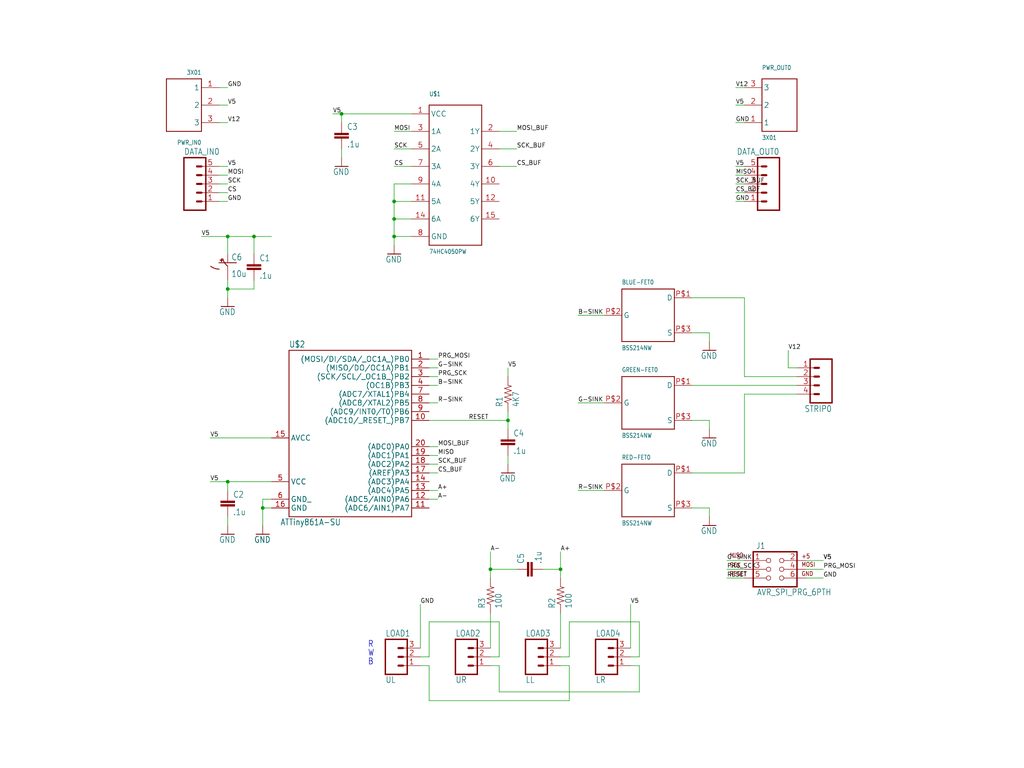
<source format=kicad_sch>
(kicad_sch (version 20250114) (generator "eeschema") (generator_version "9.0")
  (paper "User" 297.002 222.733)
  (lib_symbols
    (symbol "tile-controller-eagle-import:3X01"
      (symbol "3X01_1_0"
        (polyline (pts (xy 0 7.62) (xy 0 -7.62)) (stroke (width 0.254)))
        (polyline (pts (xy 0 -7.62) (xy 10.16 -7.62)) (stroke (width 0.254)))
        (polyline (pts (xy 10.16 7.62) (xy 0 7.62)) (stroke (width 0.254)))
        (polyline (pts (xy 10.16 -7.62) (xy 10.16 7.62)) (stroke (width 0.254)))
        (pin bidirectional line (at -5.08 5.08 0) (length 5.08) (name "3") (number "3"))
        (pin bidirectional line (at -5.08 0 0) (length 5.08) (name "2") (number "2"))
        (pin bidirectional line (at -5.08 -5.08 0) (length 5.08) (name "1") (number "1"))
      )
    )
    (symbol "tile-controller-eagle-import:74HC4050PW"
      (symbol "74HC4050PW_1_0"
        (polyline (pts (xy -7.62 20.32) (xy -7.62 -20.32)) (stroke (width 0.254)))
        (polyline (pts (xy -7.62 -20.32) (xy 7.62 -20.32)) (stroke (width 0.254)))
        (polyline (pts (xy 7.62 20.32) (xy -7.62 20.32)) (stroke (width 0.254)))
        (polyline (pts (xy 7.62 -20.32) (xy 7.62 20.32)) (stroke (width 0.254)))
        (pin power_in line (at -12.7 17.78 0) (length 5.08) (name "VCC") (number "1"))
        (pin input line (at -12.7 12.7 0) (length 5.08) (name "1A") (number "3"))
        (pin input line (at -12.7 7.62 0) (length 5.08) (name "2A") (number "5"))
        (pin input line (at -12.7 2.54 0) (length 5.08) (name "3A") (number "7"))
        (pin input line (at -12.7 -2.54 0) (length 5.08) (name "4A") (number "9"))
        (pin input line (at -12.7 -7.62 0) (length 5.08) (name "5A") (number "11"))
        (pin input line (at -12.7 -12.7 0) (length 5.08) (name "6A") (number "14"))
        (pin power_in line (at -12.7 -17.78 0) (length 5.08) (name "GND") (number "8"))
        (pin output line (at 12.7 12.7 180) (length 5.08) (name "1Y") (number "2"))
        (pin output line (at 12.7 7.62 180) (length 5.08) (name "2Y") (number "4"))
        (pin output line (at 12.7 2.54 180) (length 5.08) (name "3Y") (number "6"))
        (pin output line (at 12.7 -2.54 180) (length 5.08) (name "4Y") (number "10"))
        (pin output line (at 12.7 -7.62 180) (length 5.08) (name "5Y") (number "12"))
        (pin output line (at 12.7 -12.7 180) (length 5.08) (name "6Y") (number "15"))
      )
    )
    (symbol "tile-controller-eagle-import:AVR_SPI_PRG_6PTH"
      (property "Reference" "J" (at -4.318 5.842 0))
      (symbol "AVR_SPI_PRG_6PTH_1_0"
        (polyline (pts (xy -5.08 5.08) (xy -5.08 -5.08)) (stroke (width 0.4064)))
        (polyline (pts (xy -5.08 -5.08) (xy 7.62 -5.08)) (stroke (width 0.4064)))
        (polyline (pts (xy 7.62 5.08) (xy -5.08 5.08)) (stroke (width 0.4064)))
        (polyline (pts (xy 7.62 -5.08) (xy 7.62 5.08)) (stroke (width 0.4064)))
        (text "MISO" (at -11.938 3.302 0) (effects (font (size 1.27 1.0795)) (justify left bottom)))
        (text "SCK" (at -11.938 0.508 0) (effects (font (size 1.27 1.0795)) (justify left bottom)))
        (text "RESET" (at -11.938 -2.032 0) (effects (font (size 1.27 1.0795)) (justify left bottom)))
        (text "+5" (at 8.89 3.048 0) (effects (font (size 1.27 1.0795)) (justify left bottom)))
        (text "MOSI" (at 8.89 0.635 0) (effects (font (size 1.27 1.0795)) (justify left bottom)))
        (text "GND" (at 8.89 -2.032 0) (effects (font (size 1.27 1.0795)) (justify left bottom)))
        (pin passive inverted (at -7.62 2.54 0) (length 7.62) (name "1") (number "1"))
        (pin passive inverted (at -7.62 0 0) (length 7.62) (name "3") (number "3"))
        (pin passive inverted (at -7.62 -2.54 0) (length 7.62) (name "5") (number "5"))
        (pin passive inverted (at 10.16 2.54 180) (length 7.62) (name "2") (number "2"))
        (pin passive inverted (at 10.16 0 180) (length 7.62) (name "4") (number "4"))
        (pin passive inverted (at 10.16 -2.54 180) (length 7.62) (name "6") (number "6"))
      )
    )
    (symbol "tile-controller-eagle-import:CAP0805"
      (property "Reference" "C" (at 1.524 2.921 0))
      (symbol "CAP0805_1_0"
        (rectangle (start -2.032 1.524) (end 2.032 2.032) (fill (type outline)))
        (rectangle (start -2.032 0.508) (end 2.032 1.016) (fill (type outline)))
        (polyline (pts (xy 0 2.54) (xy 0 2.032)) (stroke (width 0.1524)))
        (polyline (pts (xy 0 0) (xy 0 0.508)) (stroke (width 0.1524)))
        (pin passive line (at 0 5.08 270) (length 2.54) (name "1") (number "1"))
        (pin passive line (at 0 -2.54 90) (length 2.54) (name "2") (number "2"))
      )
    )
    (symbol "tile-controller-eagle-import:CAP_POL1206"
      (property "Reference" "C" (at 1.016 0.635 0))
      (symbol "CAP_POL1206_1_0"
        (polyline (pts (xy -2.54 0) (xy 2.54 0)) (stroke (width 0.254)))
        (arc (start -2.4669 -1.8504) (mid -3.7689 -1.6361) (end -4.9337 -1.0159) (stroke (width 0.254)))
        (rectangle (start -2.253 0.668) (end -1.364 0.795) (fill (type outline)))
        (rectangle (start -1.872 0.287) (end -1.745 1.176) (fill (type outline)))
        (polyline (pts (xy 0 -1.016) (xy 0 -2.54)) (stroke (width 0.1524)))
        (arc (start 0 -1) (mid -0.9038 -0.0189) (end -1.4403 1.2025) (stroke (width 0.254)))
        (pin passive line (at 0 2.54 270) (length 2.54) (name "+") (number "A"))
        (pin passive line (at 0 -5.08 90) (length 2.54) (name "-") (number "C"))
      )
    )
    (symbol "tile-controller-eagle-import:DMG1012UW"
      (symbol "DMG1012UW_1_0"
        (polyline (pts (xy -7.62 7.62) (xy -7.62 -7.62)) (stroke (width 0.254)))
        (polyline (pts (xy -7.62 -7.62) (xy 7.62 -7.62)) (stroke (width 0.254)))
        (polyline (pts (xy 7.62 7.62) (xy -7.62 7.62)) (stroke (width 0.254)))
        (polyline (pts (xy 7.62 -7.62) (xy 7.62 7.62)) (stroke (width 0.254)))
        (pin bidirectional line (at -12.7 0 0) (length 5.08) (name "G") (number "P$2"))
        (pin bidirectional line (at 12.7 5.08 180) (length 5.08) (name "D") (number "P$1"))
        (pin bidirectional line (at 12.7 -5.08 180) (length 5.08) (name "S") (number "P$3"))
      )
    )
    (symbol "tile-controller-eagle-import:GND" (power)
      (symbol "GND_1_0"
        (polyline (pts (xy -1.905 0) (xy 1.905 0)) (stroke (width 0.254)))
        (pin power_in line (at 0 2.54 270) (length 2.54) (name "GND") (number "1"))
      )
    )
    (symbol "tile-controller-eagle-import:M03PTH"
      (property "Reference" "JP" (at -2.54 5.842 0))
      (symbol "M03PTH_1_0"
        (polyline (pts (xy -2.54 5.08) (xy -2.54 -5.08)) (stroke (width 0.4064)))
        (polyline (pts (xy -2.54 5.08) (xy 3.81 5.08)) (stroke (width 0.4064)))
        (polyline (pts (xy 1.27 2.54) (xy 2.54 2.54)) (stroke (width 0.6096)))
        (polyline (pts (xy 1.27 0) (xy 2.54 0)) (stroke (width 0.6096)))
        (polyline (pts (xy 1.27 -2.54) (xy 2.54 -2.54)) (stroke (width 0.6096)))
        (polyline (pts (xy 3.81 -5.08) (xy -2.54 -5.08)) (stroke (width 0.4064)))
        (polyline (pts (xy 3.81 -5.08) (xy 3.81 5.08)) (stroke (width 0.4064)))
        (pin passive line (at 7.62 2.54 180) (length 5.08) (name "3") (number "3"))
        (pin passive line (at 7.62 0 180) (length 5.08) (name "2") (number "2"))
        (pin passive line (at 7.62 -2.54 180) (length 5.08) (name "1") (number "1"))
      )
    )
    (symbol "tile-controller-eagle-import:M04PTH"
      (property "Reference" "JP" (at -5.08 8.382 0))
      (symbol "M04PTH_1_0"
        (polyline (pts (xy -5.08 7.62) (xy -5.08 -5.08)) (stroke (width 0.4064)))
        (polyline (pts (xy -5.08 7.62) (xy 1.27 7.62)) (stroke (width 0.4064)))
        (polyline (pts (xy -1.27 5.08) (xy 0 5.08)) (stroke (width 0.6096)))
        (polyline (pts (xy -1.27 2.54) (xy 0 2.54)) (stroke (width 0.6096)))
        (polyline (pts (xy -1.27 0) (xy 0 0)) (stroke (width 0.6096)))
        (polyline (pts (xy -1.27 -2.54) (xy 0 -2.54)) (stroke (width 0.6096)))
        (polyline (pts (xy 1.27 -5.08) (xy -5.08 -5.08)) (stroke (width 0.4064)))
        (polyline (pts (xy 1.27 -5.08) (xy 1.27 7.62)) (stroke (width 0.4064)))
        (pin passive line (at 5.08 5.08 180) (length 5.08) (name "4") (number "4"))
        (pin passive line (at 5.08 2.54 180) (length 5.08) (name "3") (number "3"))
        (pin passive line (at 5.08 0 180) (length 5.08) (name "2") (number "2"))
        (pin passive line (at 5.08 -2.54 180) (length 5.08) (name "1") (number "1"))
      )
    )
    (symbol "tile-controller-eagle-import:M05PTH"
      (property "Reference" "JP" (at -2.54 8.382 0))
      (symbol "M05PTH_1_0"
        (polyline (pts (xy -2.54 7.62) (xy -2.54 -7.62)) (stroke (width 0.4064)))
        (polyline (pts (xy -2.54 7.62) (xy 3.81 7.62)) (stroke (width 0.4064)))
        (polyline (pts (xy 1.27 5.08) (xy 2.54 5.08)) (stroke (width 0.6096)))
        (polyline (pts (xy 1.27 2.54) (xy 2.54 2.54)) (stroke (width 0.6096)))
        (polyline (pts (xy 1.27 0) (xy 2.54 0)) (stroke (width 0.6096)))
        (polyline (pts (xy 1.27 -2.54) (xy 2.54 -2.54)) (stroke (width 0.6096)))
        (polyline (pts (xy 1.27 -5.08) (xy 2.54 -5.08)) (stroke (width 0.6096)))
        (polyline (pts (xy 3.81 -7.62) (xy -2.54 -7.62)) (stroke (width 0.4064)))
        (polyline (pts (xy 3.81 -7.62) (xy 3.81 7.62)) (stroke (width 0.4064)))
        (pin passive line (at 7.62 5.08 180) (length 5.08) (name "5") (number "5"))
        (pin passive line (at 7.62 2.54 180) (length 5.08) (name "4") (number "4"))
        (pin passive line (at 7.62 0 180) (length 5.08) (name "3") (number "3"))
        (pin passive line (at 7.62 -2.54 180) (length 5.08) (name "2") (number "2"))
        (pin passive line (at 7.62 -5.08 180) (length 5.08) (name "1") (number "1"))
      )
    )
    (symbol "tile-controller-eagle-import:RESISTOR"
      (property "Reference" "R" (at -3.81 1.4986 0))
      (symbol "RESISTOR_1_0"
        (polyline (pts (xy -2.54 0) (xy -2.159 1.016)) (stroke (width 0.1524)))
        (polyline (pts (xy -2.159 1.016) (xy -1.524 -1.016)) (stroke (width 0.1524)))
        (polyline (pts (xy -1.524 -1.016) (xy -0.889 1.016)) (stroke (width 0.1524)))
        (polyline (pts (xy -0.889 1.016) (xy -0.254 -1.016)) (stroke (width 0.1524)))
        (polyline (pts (xy -0.254 -1.016) (xy 0.381 1.016)) (stroke (width 0.1524)))
        (polyline (pts (xy 0.381 1.016) (xy 1.016 -1.016)) (stroke (width 0.1524)))
        (polyline (pts (xy 1.016 -1.016) (xy 1.651 1.016)) (stroke (width 0.1524)))
        (polyline (pts (xy 1.651 1.016) (xy 2.286 -1.016)) (stroke (width 0.1524)))
        (polyline (pts (xy 2.286 -1.016) (xy 2.54 0)) (stroke (width 0.1524)))
        (pin passive line (at -5.08 0 0) (length 2.54) (name "1") (number "1"))
        (pin passive line (at 5.08 0 180) (length 2.54) (name "2") (number "2"))
      )
    )
    (symbol "tile-controller-eagle-import:TINY26S"
      (symbol "TINY26S_1_0"
        (polyline (pts (xy -17.78 22.86) (xy 17.78 22.86)) (stroke (width 0.254)))
        (polyline (pts (xy -17.78 -25.4) (xy -17.78 22.86)) (stroke (width 0.254)))
        (polyline (pts (xy 17.78 22.86) (xy 17.78 -25.4)) (stroke (width 0.254)))
        (polyline (pts (xy 17.78 -25.4) (xy -17.78 -25.4)) (stroke (width 0.254)))
        (pin power_in line (at -22.86 -2.54 0) (length 5.08) (name "AVCC") (number "15"))
        (pin power_in line (at -22.86 -15.24 0) (length 5.08) (name "VCC") (number "5"))
        (pin power_in line (at -22.86 -20.32 0) (length 5.08) (name "GND_") (number "6"))
        (pin power_in line (at -22.86 -22.86 0) (length 5.08) (name "GND") (number "16"))
        (pin bidirectional line (at 22.86 20.32 180) (length 5.08) (name "(MOSI/DI/SDA/_OC1A_)PB0") (number "1"))
        (pin bidirectional line (at 22.86 17.78 180) (length 5.08) (name "(MISO/DO/OC1A)PB1") (number "2"))
        (pin bidirectional line (at 22.86 15.24 180) (length 5.08) (name "(SCK/SCL/_OC1B_)PB2") (number "3"))
        (pin bidirectional line (at 22.86 12.7 180) (length 5.08) (name "(OC1B)PB3") (number "4"))
        (pin bidirectional line (at 22.86 10.16 180) (length 5.08) (name "(ADC7/XTAL1)PB4") (number "7"))
        (pin bidirectional line (at 22.86 7.62 180) (length 5.08) (name "(ADC8/XTAL2)PB5") (number "8"))
        (pin bidirectional line (at 22.86 5.08 180) (length 5.08) (name "(ADC9/INT0/T0)PB6") (number "9"))
        (pin bidirectional line (at 22.86 2.54 180) (length 5.08) (name "(ADC10/_RESET_)PB7") (number "10"))
        (pin bidirectional line (at 22.86 -5.08 180) (length 5.08) (name "(ADC0)PA0") (number "20"))
        (pin bidirectional line (at 22.86 -7.62 180) (length 5.08) (name "(ADC1)PA1") (number "19"))
        (pin bidirectional line (at 22.86 -10.16 180) (length 5.08) (name "(ADC2)PA2") (number "18"))
        (pin bidirectional line (at 22.86 -12.7 180) (length 5.08) (name "(AREF)PA3") (number "17"))
        (pin bidirectional line (at 22.86 -15.24 180) (length 5.08) (name "(ADC3)PA4") (number "14"))
        (pin bidirectional line (at 22.86 -17.78 180) (length 5.08) (name "(ADC4)PA5") (number "13"))
        (pin bidirectional line (at 22.86 -20.32 180) (length 5.08) (name "(ADC5/AIN0)PA6") (number "12"))
        (pin bidirectional line (at 22.86 -22.86 180) (length 5.08) (name "(ADC6/AIN1)PA7") (number "11"))
      )
    )
  )
  (text "W" (at 106.68 190.5 0) (effects (font (size 1.778 1.5113)) (justify left bottom)))
  (text "B" (at 106.68 193.04 0) (effects (font (size 1.778 1.5113)) (justify left bottom)))
  (text "R" (at 106.68 187.96 0) (effects (font (size 1.778 1.5113)) (justify left bottom)))
  (junction (at 66.04 68.58))
  (junction (at 142.24 165.1))
  (junction (at 147.32 121.92))
  (junction (at 66.04 83.82))
  (junction (at 99.06 33.02))
  (junction (at 162.56 165.1))
  (junction (at 114.3 68.58))
  (junction (at 66.04 139.7))
  (junction (at 73.66 68.58))
  (junction (at 114.3 58.42))
  (junction (at 76.2 147.32))
  (junction (at 114.3 63.5))
  (wire (pts (xy 228.6 106.68) (xy 228.6 101.6)) (stroke (width 0.1524)))
  (wire (pts (xy 162.56 165.1) (xy 162.56 160.02)) (stroke (width 0.1524)))
  (wire (pts (xy 99.06 33.02) (xy 96.52 33.02)) (stroke (width 0.1524)))
  (wire (pts (xy 124.46 132.08) (xy 127 132.08)) (stroke (width 0.1524)))
  (wire (pts (xy 144.78 48.26) (xy 149.86 48.26)) (stroke (width 0.1524)))
  (wire (pts (xy 66.04 81.28) (xy 66.04 83.82)) (stroke (width 0.1524)))
  (wire (pts (xy 73.66 68.58) (xy 66.04 68.58)) (stroke (width 0.1524)))
  (wire (pts (xy 215.9 55.88) (xy 213.36 55.88)) (stroke (width 0.1524)))
  (wire (pts (xy 124.46 111.76) (xy 127 111.76)) (stroke (width 0.1524)))
  (wire (pts (xy 76.2 147.32) (xy 76.2 152.4)) (stroke (width 0.1524)))
  (wire (pts (xy 142.24 167.64) (xy 142.24 165.1)) (stroke (width 0.1524)))
  (wire (pts (xy 63.5 30.48) (xy 66.04 30.48)) (stroke (width 0.1524)))
  (wire (pts (xy 119.38 33.02) (xy 99.06 33.02)) (stroke (width 0.1524)))
  (wire (pts (xy 124.46 190.5) (xy 124.46 180.34)) (stroke (width 0.1524)))
  (wire (pts (xy 200.66 137.16) (xy 215.9 137.16)) (stroke (width 0.1524)))
  (wire (pts (xy 215.9 50.8) (xy 213.36 50.8)) (stroke (width 0.1524)))
  (wire (pts (xy 185.42 193.04) (xy 182.88 193.04)) (stroke (width 0.1524)))
  (wire (pts (xy 78.74 144.78) (xy 76.2 144.78)) (stroke (width 0.1524)))
  (wire (pts (xy 76.2 144.78) (xy 76.2 147.32)) (stroke (width 0.1524)))
  (wire (pts (xy 215.9 35.56) (xy 213.36 35.56)) (stroke (width 0.1524)))
  (wire (pts (xy 162.56 190.5) (xy 165.1 190.5)) (stroke (width 0.1524)))
  (wire (pts (xy 63.5 35.56) (xy 66.04 35.56)) (stroke (width 0.1524)))
  (wire (pts (xy 157.48 165.1) (xy 162.56 165.1)) (stroke (width 0.1524)))
  (wire (pts (xy 185.42 180.34) (xy 185.42 190.5)) (stroke (width 0.1524)))
  (wire (pts (xy 119.38 38.1) (xy 114.3 38.1)) (stroke (width 0.1524)))
  (wire (pts (xy 215.9 109.22) (xy 231.14 109.22)) (stroke (width 0.1524)))
  (wire (pts (xy 233.68 167.64) (xy 238.76 167.64)) (stroke (width 0.1524)))
  (wire (pts (xy 200.66 111.76) (xy 231.14 111.76)) (stroke (width 0.1524)))
  (wire (pts (xy 167.64 142.24) (xy 175.26 142.24)) (stroke (width 0.1524)))
  (wire (pts (xy 73.66 73.66) (xy 73.66 68.58)) (stroke (width 0.1524)))
  (wire (pts (xy 66.04 149.86) (xy 66.04 152.4)) (stroke (width 0.1524)))
  (wire (pts (xy 200.66 96.52) (xy 205.74 96.52)) (stroke (width 0.1524)))
  (wire (pts (xy 121.92 187.96) (xy 121.92 175.26)) (stroke (width 0.1524)))
  (wire (pts (xy 124.46 121.92) (xy 147.32 121.92)) (stroke (width 0.1524)))
  (wire (pts (xy 124.46 180.34) (xy 144.78 180.34)) (stroke (width 0.1524)))
  (wire (pts (xy 99.06 35.56) (xy 99.06 33.02)) (stroke (width 0.1524)))
  (wire (pts (xy 78.74 127) (xy 60.96 127)) (stroke (width 0.1524)))
  (wire (pts (xy 185.42 190.5) (xy 182.88 190.5)) (stroke (width 0.1524)))
  (wire (pts (xy 144.78 43.18) (xy 149.86 43.18)) (stroke (width 0.1524)))
  (wire (pts (xy 119.38 58.42) (xy 114.3 58.42)) (stroke (width 0.1524)))
  (wire (pts (xy 147.32 121.92) (xy 147.32 124.46)) (stroke (width 0.1524)))
  (wire (pts (xy 215.9 162.56) (xy 210.82 162.56)) (stroke (width 0.1524)))
  (wire (pts (xy 231.14 106.68) (xy 228.6 106.68)) (stroke (width 0.1524)))
  (wire (pts (xy 165.1 203.2) (xy 165.1 193.04)) (stroke (width 0.1524)))
  (wire (pts (xy 119.38 68.58) (xy 114.3 68.58)) (stroke (width 0.1524)))
  (wire (pts (xy 147.32 109.22) (xy 147.32 106.68)) (stroke (width 0.1524)))
  (wire (pts (xy 121.92 190.5) (xy 124.46 190.5)) (stroke (width 0.1524)))
  (wire (pts (xy 124.46 106.68) (xy 127 106.68)) (stroke (width 0.1524)))
  (wire (pts (xy 185.42 200.66) (xy 185.42 193.04)) (stroke (width 0.1524)))
  (wire (pts (xy 63.5 55.88) (xy 66.04 55.88)) (stroke (width 0.1524)))
  (wire (pts (xy 142.24 165.1) (xy 142.24 160.02)) (stroke (width 0.1524)))
  (wire (pts (xy 147.32 121.92) (xy 147.32 119.38)) (stroke (width 0.1524)))
  (wire (pts (xy 78.74 147.32) (xy 76.2 147.32)) (stroke (width 0.1524)))
  (wire (pts (xy 124.46 109.22) (xy 127 109.22)) (stroke (width 0.1524)))
  (wire (pts (xy 114.3 58.42) (xy 114.3 63.5)) (stroke (width 0.1524)))
  (wire (pts (xy 165.1 193.04) (xy 162.56 193.04)) (stroke (width 0.1524)))
  (wire (pts (xy 124.46 203.2) (xy 165.1 203.2)) (stroke (width 0.1524)))
  (wire (pts (xy 124.46 134.62) (xy 127 134.62)) (stroke (width 0.1524)))
  (wire (pts (xy 165.1 180.34) (xy 185.42 180.34)) (stroke (width 0.1524)))
  (wire (pts (xy 66.04 139.7) (xy 66.04 142.24)) (stroke (width 0.1524)))
  (wire (pts (xy 215.9 58.42) (xy 213.36 58.42)) (stroke (width 0.1524)))
  (wire (pts (xy 162.56 187.96) (xy 162.56 177.8)) (stroke (width 0.1524)))
  (wire (pts (xy 200.66 121.92) (xy 205.74 121.92)) (stroke (width 0.1524)))
  (wire (pts (xy 124.46 129.54) (xy 127 129.54)) (stroke (width 0.1524)))
  (wire (pts (xy 162.56 167.64) (xy 162.56 165.1)) (stroke (width 0.1524)))
  (wire (pts (xy 66.04 83.82) (xy 66.04 86.36)) (stroke (width 0.1524)))
  (wire (pts (xy 114.3 68.58) (xy 114.3 71.12)) (stroke (width 0.1524)))
  (wire (pts (xy 124.46 137.16) (xy 127 137.16)) (stroke (width 0.1524)))
  (wire (pts (xy 78.74 68.58) (xy 73.66 68.58)) (stroke (width 0.1524)))
  (wire (pts (xy 119.38 48.26) (xy 114.3 48.26)) (stroke (width 0.1524)))
  (wire (pts (xy 142.24 193.04) (xy 144.78 193.04)) (stroke (width 0.1524)))
  (wire (pts (xy 147.32 132.08) (xy 147.32 134.62)) (stroke (width 0.1524)))
  (wire (pts (xy 144.78 180.34) (xy 144.78 190.5)) (stroke (width 0.1524)))
  (wire (pts (xy 119.38 43.18) (xy 114.3 43.18)) (stroke (width 0.1524)))
  (wire (pts (xy 63.5 50.8) (xy 66.04 50.8)) (stroke (width 0.1524)))
  (wire (pts (xy 215.9 114.3) (xy 231.14 114.3)) (stroke (width 0.1524)))
  (wire (pts (xy 215.9 48.26) (xy 213.36 48.26)) (stroke (width 0.1524)))
  (wire (pts (xy 124.46 104.14) (xy 127 104.14)) (stroke (width 0.1524)))
  (wire (pts (xy 165.1 190.5) (xy 165.1 180.34)) (stroke (width 0.1524)))
  (wire (pts (xy 200.66 86.36) (xy 215.9 86.36)) (stroke (width 0.1524)))
  (wire (pts (xy 144.78 38.1) (xy 149.86 38.1)) (stroke (width 0.1524)))
  (wire (pts (xy 66.04 73.66) (xy 66.04 68.58)) (stroke (width 0.1524)))
  (wire (pts (xy 119.38 53.34) (xy 114.3 53.34)) (stroke (width 0.1524)))
  (wire (pts (xy 60.96 139.7) (xy 66.04 139.7)) (stroke (width 0.1524)))
  (wire (pts (xy 215.9 167.64) (xy 210.82 167.64)) (stroke (width 0.1524)))
  (wire (pts (xy 215.9 86.36) (xy 215.9 109.22)) (stroke (width 0.1524)))
  (wire (pts (xy 215.9 30.48) (xy 213.36 30.48)) (stroke (width 0.1524)))
  (wire (pts (xy 124.46 144.78) (xy 127 144.78)) (stroke (width 0.1524)))
  (wire (pts (xy 233.68 162.56) (xy 238.76 162.56)) (stroke (width 0.1524)))
  (wire (pts (xy 73.66 83.82) (xy 66.04 83.82)) (stroke (width 0.1524)))
  (wire (pts (xy 124.46 142.24) (xy 127 142.24)) (stroke (width 0.1524)))
  (wire (pts (xy 142.24 187.96) (xy 142.24 177.8)) (stroke (width 0.1524)))
  (wire (pts (xy 78.74 139.7) (xy 66.04 139.7)) (stroke (width 0.1524)))
  (wire (pts (xy 73.66 81.28) (xy 73.66 83.82)) (stroke (width 0.1524)))
  (wire (pts (xy 124.46 193.04) (xy 124.46 203.2)) (stroke (width 0.1524)))
  (wire (pts (xy 124.46 116.84) (xy 127 116.84)) (stroke (width 0.1524)))
  (wire (pts (xy 114.3 63.5) (xy 114.3 68.58)) (stroke (width 0.1524)))
  (wire (pts (xy 215.9 137.16) (xy 215.9 114.3)) (stroke (width 0.1524)))
  (wire (pts (xy 66.04 68.58) (xy 58.42 68.58)) (stroke (width 0.1524)))
  (wire (pts (xy 63.5 53.34) (xy 66.04 53.34)) (stroke (width 0.1524)))
  (wire (pts (xy 215.9 25.4) (xy 213.36 25.4)) (stroke (width 0.1524)))
  (wire (pts (xy 200.66 147.32) (xy 205.74 147.32)) (stroke (width 0.1524)))
  (wire (pts (xy 205.74 121.92) (xy 205.74 124.46)) (stroke (width 0.1524)))
  (wire (pts (xy 63.5 58.42) (xy 66.04 58.42)) (stroke (width 0.1524)))
  (wire (pts (xy 215.9 53.34) (xy 213.36 53.34)) (stroke (width 0.1524)))
  (wire (pts (xy 144.78 190.5) (xy 142.24 190.5)) (stroke (width 0.1524)))
  (wire (pts (xy 63.5 25.4) (xy 66.04 25.4)) (stroke (width 0.1524)))
  (wire (pts (xy 63.5 48.26) (xy 66.04 48.26)) (stroke (width 0.1524)))
  (wire (pts (xy 144.78 200.66) (xy 185.42 200.66)) (stroke (width 0.1524)))
  (wire (pts (xy 99.06 43.18) (xy 99.06 45.72)) (stroke (width 0.1524)))
  (wire (pts (xy 114.3 53.34) (xy 114.3 58.42)) (stroke (width 0.1524)))
  (wire (pts (xy 205.74 147.32) (xy 205.74 149.86)) (stroke (width 0.1524)))
  (wire (pts (xy 233.68 165.1) (xy 238.76 165.1)) (stroke (width 0.1524)))
  (wire (pts (xy 149.86 165.1) (xy 142.24 165.1)) (stroke (width 0.1524)))
  (wire (pts (xy 205.74 96.52) (xy 205.74 99.06)) (stroke (width 0.1524)))
  (wire (pts (xy 144.78 193.04) (xy 144.78 200.66)) (stroke (width 0.1524)))
  (wire (pts (xy 119.38 63.5) (xy 114.3 63.5)) (stroke (width 0.1524)))
  (wire (pts (xy 182.88 187.96) (xy 182.88 175.26)) (stroke (width 0.1524)))
  (wire (pts (xy 175.26 116.84) (xy 167.64 116.84)) (stroke (width 0.1524)))
  (wire (pts (xy 215.9 165.1) (xy 210.82 165.1)) (stroke (width 0.1524)))
  (wire (pts (xy 175.26 91.44) (xy 167.64 91.44)) (stroke (width 0.1524)))
  (wire (pts (xy 121.92 193.04) (xy 124.46 193.04)) (stroke (width 0.1524)))
  (label "MISO" (at 213.36 50.8 0) (effects (font (size 1.2446 1.2446))))
  (label "GND" (at 238.76 167.64 0) (effects (font (size 1.2446 1.2446))))
  (label "PRG_MOSI" (at 238.76 165.1 0) (effects (font (size 1.2446 1.2446))))
  (label "PRG_SCK" (at 127 109.22 0) (effects (font (size 1.2446 1.2446))))
  (label "SCK_BUF" (at 127 134.62 0) (effects (font (size 1.2446 1.2446))))
  (label "SCK" (at 66.04 53.34 0) (effects (font (size 1.2446 1.2446))))
  (label "SCK" (at 114.3 43.18 0) (effects (font (size 1.2446 1.2446))))
  (label "V5" (at 60.96 139.7 0) (effects (font (size 1.2446 1.2446))))
  (label "B-SINK" (at 127 111.76 0) (effects (font (size 1.2446 1.2446))))
  (label "MOSI_BUF" (at 149.86 38.1 0) (effects (font (size 1.2446 1.2446))))
  (label "MOSI" (at 114.3 38.1 0) (effects (font (size 1.2446 1.2446))))
  (label "A+" (at 127 142.24 0) (effects (font (size 1.2446 1.2446))))
  (label "RESET" (at 135.89 121.92 0) (effects (font (size 1.2446 1.2446))))
  (label "CS_BUF" (at 149.86 48.26 0) (effects (font (size 1.2446 1.2446))))
  (label "GND" (at 66.04 25.4 0) (effects (font (size 1.2446 1.2446))))
  (label "GND" (at 213.36 58.42 0) (effects (font (size 1.2446 1.2446))))
  (label "CS_BUF" (at 127 137.16 0) (effects (font (size 1.2446 1.2446))))
  (label "V5" (at 182.88 175.26 0) (effects (font (size 1.2446 1.2446))))
  (label "GND" (at 66.04 58.42 0) (effects (font (size 1.2446 1.2446))))
  (label "R-SINK" (at 127 116.84 0) (effects (font (size 1.2446 1.2446))))
  (label "A+" (at 162.56 160.02 0) (effects (font (size 1.2446 1.2446))))
  (label "V5" (at 66.04 30.48 0) (effects (font (size 1.2446 1.2446))))
  (label "V5" (at 60.96 127 0) (effects (font (size 1.2446 1.2446))))
  (label "CS_BUF" (at 213.36 55.88 0) (effects (font (size 1.2446 1.2446))))
  (label "PRG_SCK" (at 210.82 165.1 0) (effects (font (size 1.2446 1.2446))))
  (label "V5" (at 213.36 30.48 0) (effects (font (size 1.2446 1.2446))))
  (label "CS" (at 66.04 55.88 0) (effects (font (size 1.2446 1.2446))))
  (label "A-" (at 127 144.78 0) (effects (font (size 1.2446 1.2446))))
  (label "MOSI" (at 66.04 50.8 0) (effects (font (size 1.2446 1.2446))))
  (label "PRG_MOSI" (at 127 104.14 0) (effects (font (size 1.2446 1.2446))))
  (label "V12" (at 228.6 101.6 0) (effects (font (size 1.2446 1.2446))))
  (label "G-SINK" (at 127 106.68 0) (effects (font (size 1.2446 1.2446))))
  (label "MOSI_BUF" (at 127 129.54 0) (effects (font (size 1.2446 1.2446))))
  (label "V5" (at 238.76 162.56 0) (effects (font (size 1.2446 1.2446))))
  (label "V5" (at 96.52 33.02 0) (effects (font (size 1.2446 1.2446))))
  (label "SCK_BUF" (at 149.86 43.18 0) (effects (font (size 1.2446 1.2446))))
  (label "GND" (at 121.92 175.26 0) (effects (font (size 1.2446 1.2446))))
  (label "CS" (at 114.3 48.26 0) (effects (font (size 1.2446 1.2446))))
  (label "RESET" (at 210.82 167.64 0) (effects (font (size 1.2446 1.2446))))
  (label "G-SINK" (at 210.82 162.56 0) (effects (font (size 1.2446 1.2446))))
  (label "V5" (at 66.04 48.26 0) (effects (font (size 1.2446 1.2446))))
  (label "A-" (at 142.24 160.02 0) (effects (font (size 1.2446 1.2446))))
  (label "GND" (at 213.36 35.56 0) (effects (font (size 1.2446 1.2446))))
  (label "B-SINK" (at 167.64 91.44 0) (effects (font (size 1.2446 1.2446))))
  (label "V5" (at 147.32 106.68 0) (effects (font (size 1.2446 1.2446))))
  (label "G-SINK" (at 167.64 116.84 0) (effects (font (size 1.2446 1.2446))))
  (label "MISO" (at 127 132.08 0) (effects (font (size 1.2446 1.2446))))
  (label "V5" (at 58.42 68.58 0) (effects (font (size 1.2446 1.2446))))
  (label "V5" (at 213.36 48.26 0) (effects (font (size 1.2446 1.2446))))
  (label "V5" (at 238.76 162.56 0) (effects (font (size 1.2446 1.2446))))
  (label "V12" (at 213.36 25.4 0) (effects (font (size 1.2446 1.2446))))
  (label "SCK_BUF" (at 213.36 53.34 0) (effects (font (size 1.2446 1.2446))))
  (label "R-SINK" (at 167.64 142.24 0) (effects (font (size 1.2446 1.2446))))
  (label "V12" (at 66.04 35.56 0) (effects (font (size 1.2446 1.2446))))
  (symbol (lib_id "tile-controller-eagle-import:GND") (at 66.04 88.9 0) (unit 1)
    (property "Reference" "#GND5" (effects (hide yes)))
    (property "Value" "GND" (at 63.5 91.44 0) (effects (font (size 1.778 1.5113)) (justify left bottom)))
  )
  (symbol (lib_id "tile-controller-eagle-import:CAP0805") (at 73.66 78.74 0) (unit 1)
    (property "Reference" "C1" (at 75.184 75.819 0) (effects (font (size 1.778 1.5113)) (justify left bottom)))
    (property "Value" ".1u" (at 75.184 80.899 0) (effects (font (size 1.778 1.5113)) (justify left bottom)))
    (property "Footprint" "tile-controller:0805" (effects (hide yes)))
  )
  (symbol (lib_id "tile-controller-eagle-import:M03PTH") (at 154.94 190.5 0) (unit 1)
    (property "Reference" "LOAD3" (at 152.4 184.658 0) (effects (font (size 1.778 1.5113)) (justify left bottom)))
    (property "Value" "LL" (at 152.4 198.12 0) (effects (font (size 1.778 1.5113)) (justify left bottom)))
    (property "Footprint" "tile-controller:1X03" (effects (hide yes)))
  )
  (symbol (lib_id "tile-controller-eagle-import:GND") (at 114.3 73.66 0) (unit 1)
    (property "Reference" "#GND9" (effects (hide yes)))
    (property "Value" "GND" (at 111.76 76.2 0) (effects (font (size 1.778 1.5113)) (justify left bottom)))
  )
  (symbol (lib_id "tile-controller-eagle-import:CAP_POL1206") (at 66.04 76.2 0) (unit 1)
    (property "Reference" "C6" (at 67.056 75.565 0) (effects (font (size 1.778 1.5113)) (justify left bottom)))
    (property "Value" "10u" (at 67.056 80.391 0) (effects (font (size 1.778 1.5113)) (justify left bottom)))
    (property "Footprint" "tile-controller:EIA3216" (effects (hide yes)))
  )
  (symbol (lib_id "tile-controller-eagle-import:DMG1012UW") (at 187.96 116.84 0) (unit 1)
    (property "Reference" "GREEN-FET0" (at 180.34 107.95 0) (effects (font (size 1.27 1.0795)) (justify left bottom)))
    (property "Value" "BSS214NW" (at 180.34 127 0) (effects (font (size 1.27 1.0795)) (justify left bottom)))
    (property "Footprint" "tile-controller:SOT-323" (effects (hide yes)))
  )
  (symbol (lib_id "tile-controller-eagle-import:3X01") (at 220.98 30.48 0) (unit 1)
    (property "Reference" "PWR_OUT0" (at 220.98 20.32 0) (effects (font (size 1.27 1.0795)) (justify left bottom)))
    (property "Value" "3X01" (at 220.98 40.64 0) (effects (font (size 1.27 1.0795)) (justify left bottom)))
    (property "Footprint" "tile-controller:3X01-18AWG" (effects (hide yes)))
  )
  (symbol (lib_id "tile-controller-eagle-import:CAP0805") (at 99.06 40.64 0) (unit 1)
    (property "Reference" "C3" (at 100.584 37.719 0) (effects (font (size 1.778 1.5113)) (justify left bottom)))
    (property "Value" ".1u" (at 100.584 42.799 0) (effects (font (size 1.778 1.5113)) (justify left bottom)))
    (property "Footprint" "tile-controller:0805" (effects (hide yes)))
  )
  (symbol (lib_id "tile-controller-eagle-import:GND") (at 76.2 154.94 0) (unit 1)
    (property "Reference" "#GND8" (effects (hide yes)))
    (property "Value" "GND" (at 73.66 157.48 0) (effects (font (size 1.778 1.5113)) (justify left bottom)))
  )
  (symbol (lib_id "tile-controller-eagle-import:RESISTOR") (at 147.32 114.3 90) (unit 1)
    (property "Reference" "R1" (at 145.8214 118.11 0) (effects (font (size 1.778 1.5113)) (justify left bottom)))
    (property "Value" "4K7" (at 150.622 118.11 0) (effects (font (size 1.778 1.5113)) (justify left bottom)))
    (property "Footprint" "tile-controller:0805" (effects (hide yes)))
  )
  (symbol (lib_id "tile-controller-eagle-import:CAP0805") (at 154.94 165.1 90) (unit 1)
    (property "Reference" "C5" (at 152.019 163.576 0) (effects (font (size 1.778 1.5113)) (justify left bottom)))
    (property "Value" ".1u" (at 157.099 163.576 0) (effects (font (size 1.778 1.5113)) (justify left bottom)))
    (property "Footprint" "tile-controller:0805" (effects (hide yes)))
  )
  (symbol (lib_id "tile-controller-eagle-import:TINY26S") (at 101.6 124.46 0) (unit 1)
    (property "Reference" "U$2" (at 83.82 100.838 0) (effects (font (size 1.778 1.5113)) (justify left bottom)))
    (property "Value" "ATTiny861A-SU" (at 81.28 152.4 0) (effects (font (size 1.778 1.5113)) (justify left bottom)))
    (property "Footprint" "tile-controller:SO20L$" (effects (hide yes)))
  )
  (symbol (lib_id "tile-controller-eagle-import:CAP0805") (at 66.04 147.32 0) (unit 1)
    (property "Reference" "C2" (at 67.564 144.399 0) (effects (font (size 1.778 1.5113)) (justify left bottom)))
    (property "Value" ".1u" (at 67.564 149.479 0) (effects (font (size 1.778 1.5113)) (justify left bottom)))
    (property "Footprint" "tile-controller:0805" (effects (hide yes)))
  )
  (symbol (lib_id "tile-controller-eagle-import:M03PTH") (at 114.3 190.5 0) (unit 1)
    (property "Reference" "LOAD1" (at 111.76 184.658 0) (effects (font (size 1.778 1.5113)) (justify left bottom)))
    (property "Value" "UL" (at 111.76 198.12 0) (effects (font (size 1.778 1.5113)) (justify left bottom)))
    (property "Footprint" "tile-controller:1X03" (effects (hide yes)))
  )
  (symbol (lib_id "tile-controller-eagle-import:RESISTOR") (at 142.24 172.72 90) (unit 1)
    (property "Reference" "R3" (at 140.7414 176.53 0) (effects (font (size 1.778 1.5113)) (justify left bottom)))
    (property "Value" "100" (at 145.542 176.53 0) (effects (font (size 1.778 1.5113)) (justify left bottom)))
    (property "Footprint" "tile-controller:0805" (effects (hide yes)))
  )
  (symbol (lib_id "tile-controller-eagle-import:GND") (at 147.32 137.16 0) (unit 1)
    (property "Reference" "#GND4" (effects (hide yes)))
    (property "Value" "GND" (at 144.78 139.7 0) (effects (font (size 1.778 1.5113)) (justify left bottom)))
  )
  (symbol (lib_id "tile-controller-eagle-import:RESISTOR") (at 162.56 172.72 90) (unit 1)
    (property "Reference" "R2" (at 161.0614 176.53 0) (effects (font (size 1.778 1.5113)) (justify left bottom)))
    (property "Value" "100" (at 165.862 176.53 0) (effects (font (size 1.778 1.5113)) (justify left bottom)))
    (property "Footprint" "tile-controller:0805" (effects (hide yes)))
  )
  (symbol (lib_id "tile-controller-eagle-import:AVR_SPI_PRG_6PTH") (at 223.52 165.1 0) (unit 1)
    (property "Reference" "J1" (at 219.202 159.258 0) (effects (font (size 1.778 1.5113)) (justify left bottom)))
    (property "Value" "AVR_SPI_PRG_6PTH" (at 219.456 172.72 0) (effects (font (size 1.778 1.5113)) (justify left bottom)))
    (property "Footprint" "tile-controller:2X3" (effects (hide yes)))
  )
  (symbol (lib_id "tile-controller-eagle-import:M03PTH") (at 134.62 190.5 0) (unit 1)
    (property "Reference" "LOAD2" (at 132.08 184.658 0) (effects (font (size 1.778 1.5113)) (justify left bottom)))
    (property "Value" "UR" (at 132.08 198.12 0) (effects (font (size 1.778 1.5113)) (justify left bottom)))
    (property "Footprint" "tile-controller:1X03" (effects (hide yes)))
  )
  (symbol (lib_id "tile-controller-eagle-import:GND") (at 99.06 48.26 0) (unit 1)
    (property "Reference" "#GND7" (effects (hide yes)))
    (property "Value" "GND" (at 96.52 50.8 0) (effects (font (size 1.778 1.5113)) (justify left bottom)))
  )
  (symbol (lib_id "tile-controller-eagle-import:M04PTH") (at 236.22 109.22 180) (unit 1)
    (property "Reference" "STRIP0" (at 241.3 117.602 0) (effects (font (size 1.778 1.5113)) (justify left bottom)))
    (property "Value" "M04PTH" (effects (hide yes)))
    (property "Footprint" "tile-controller:1X04" (effects (hide yes)))
  )
  (symbol (lib_id "tile-controller-eagle-import:CAP0805") (at 147.32 129.54 0) (unit 1)
    (property "Reference" "C4" (at 148.844 126.619 0) (effects (font (size 1.778 1.5113)) (justify left bottom)))
    (property "Value" ".1u" (at 148.844 131.699 0) (effects (font (size 1.778 1.5113)) (justify left bottom)))
    (property "Footprint" "tile-controller:0805" (effects (hide yes)))
  )
  (symbol (lib_id "tile-controller-eagle-import:GND") (at 66.04 154.94 0) (unit 1)
    (property "Reference" "#GND6" (effects (hide yes)))
    (property "Value" "GND" (at 63.5 157.48 0) (effects (font (size 1.778 1.5113)) (justify left bottom)))
  )
  (symbol (lib_id "tile-controller-eagle-import:74HC4050PW") (at 132.08 50.8 0) (unit 1)
    (property "Reference" "U$1" (at 124.46 27.94 0) (effects (font (size 1.27 1.0795)) (justify left bottom)))
    (property "Value" "74HC4050PW" (at 124.46 73.66 0) (effects (font (size 1.27 1.0795)) (justify left bottom)))
    (property "Footprint" "tile-controller:TSSOP16.2" (effects (hide yes)))
  )
  (symbol (lib_id "tile-controller-eagle-import:M05PTH") (at 55.88 53.34 0) (unit 1)
    (property "Reference" "DATA_IN0" (at 53.34 44.958 0) (effects (font (size 1.778 1.5113)) (justify left bottom)))
    (property "Value" "M05PTH" (effects (hide yes)))
    (property "Footprint" "tile-controller:1X05" (effects (hide yes)))
  )
  (symbol (lib_id "tile-controller-eagle-import:DMG1012UW") (at 187.96 91.44 0) (unit 1)
    (property "Reference" "BLUE-FET0" (at 180.34 82.55 0) (effects (font (size 1.27 1.0795)) (justify left bottom)))
    (property "Value" "BSS214NW" (at 180.34 101.6 0) (effects (font (size 1.27 1.0795)) (justify left bottom)))
    (property "Footprint" "tile-controller:SOT-323" (effects (hide yes)))
  )
  (symbol (lib_id "tile-controller-eagle-import:M03PTH") (at 175.26 190.5 0) (unit 1)
    (property "Reference" "LOAD4" (at 172.72 184.658 0) (effects (font (size 1.778 1.5113)) (justify left bottom)))
    (property "Value" "LR" (at 172.72 198.12 0) (effects (font (size 1.778 1.5113)) (justify left bottom)))
    (property "Footprint" "tile-controller:1X03" (effects (hide yes)))
  )
  (symbol (lib_id "tile-controller-eagle-import:3X01") (at 58.42 30.48 180) (unit 1)
    (property "Reference" "PWR_IN0" (at 58.42 40.64 0) (effects (font (size 1.27 1.0795)) (justify left bottom)))
    (property "Value" "3X01" (at 58.42 20.32 0) (effects (font (size 1.27 1.0795)) (justify left bottom)))
    (property "Footprint" "tile-controller:3X01-18AWG" (effects (hide yes)))
  )
  (symbol (lib_id "tile-controller-eagle-import:GND") (at 205.74 127 0) (unit 1)
    (property "Reference" "#GND2" (effects (hide yes)))
    (property "Value" "GND" (at 203.2 129.54 0) (effects (font (size 1.778 1.5113)) (justify left bottom)))
  )
  (symbol (lib_id "tile-controller-eagle-import:GND") (at 205.74 101.6 0) (unit 1)
    (property "Reference" "#GND1" (effects (hide yes)))
    (property "Value" "GND" (at 203.2 104.14 0) (effects (font (size 1.778 1.5113)) (justify left bottom)))
  )
  (symbol (lib_id "tile-controller-eagle-import:DMG1012UW") (at 187.96 142.24 0) (unit 1)
    (property "Reference" "RED-FET0" (at 180.34 133.35 0) (effects (font (size 1.27 1.0795)) (justify left bottom)))
    (property "Value" "BSS214NW" (at 180.34 152.4 0) (effects (font (size 1.27 1.0795)) (justify left bottom)))
    (property "Footprint" "tile-controller:SOT-323" (effects (hide yes)))
  )
  (symbol (lib_id "tile-controller-eagle-import:M05PTH") (at 223.52 53.34 0) (mirror y) (unit 1)
    (property "Reference" "DATA_OUT0" (at 226.06 44.958 0) (effects (font (size 1.778 1.5113)) (justify left bottom)))
    (property "Value" "M05PTH" (effects (hide yes)))
    (property "Footprint" "tile-controller:1X05" (effects (hide yes)))
  )
  (symbol (lib_id "tile-controller-eagle-import:GND") (at 205.74 152.4 0) (unit 1)
    (property "Reference" "#GND3" (effects (hide yes)))
    (property "Value" "GND" (at 203.2 154.94 0) (effects (font (size 1.778 1.5113)) (justify left bottom)))
  )
)
</source>
